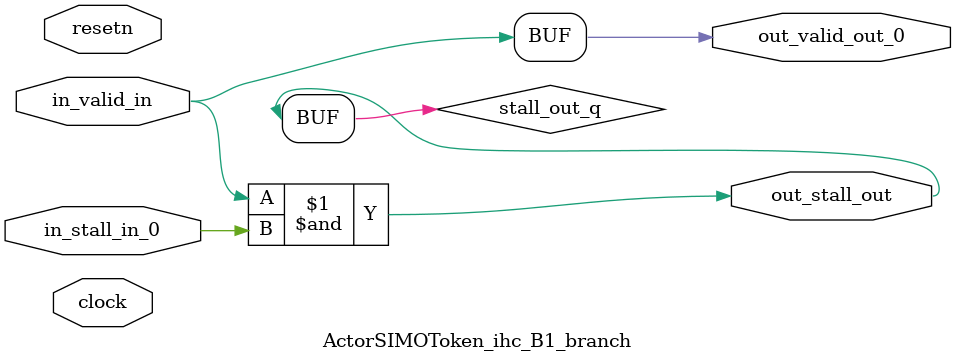
<source format=sv>



(* altera_attribute = "-name AUTO_SHIFT_REGISTER_RECOGNITION OFF; -name MESSAGE_DISABLE 10036; -name MESSAGE_DISABLE 10037; -name MESSAGE_DISABLE 14130; -name MESSAGE_DISABLE 14320; -name MESSAGE_DISABLE 15400; -name MESSAGE_DISABLE 14130; -name MESSAGE_DISABLE 10036; -name MESSAGE_DISABLE 12020; -name MESSAGE_DISABLE 12030; -name MESSAGE_DISABLE 12010; -name MESSAGE_DISABLE 12110; -name MESSAGE_DISABLE 14320; -name MESSAGE_DISABLE 13410; -name MESSAGE_DISABLE 113007; -name MESSAGE_DISABLE 10958" *)
module ActorSIMOToken_ihc_B1_branch (
    input wire [0:0] in_stall_in_0,
    input wire [0:0] in_valid_in,
    output wire [0:0] out_stall_out,
    output wire [0:0] out_valid_out_0,
    input wire clock,
    input wire resetn
    );

    wire [0:0] stall_out_q;


    // stall_out(LOGICAL,6)
    assign stall_out_q = in_valid_in & in_stall_in_0;

    // out_stall_out(GPOUT,4)
    assign out_stall_out = stall_out_q;

    // out_valid_out_0(GPOUT,5)
    assign out_valid_out_0 = in_valid_in;

endmodule

</source>
